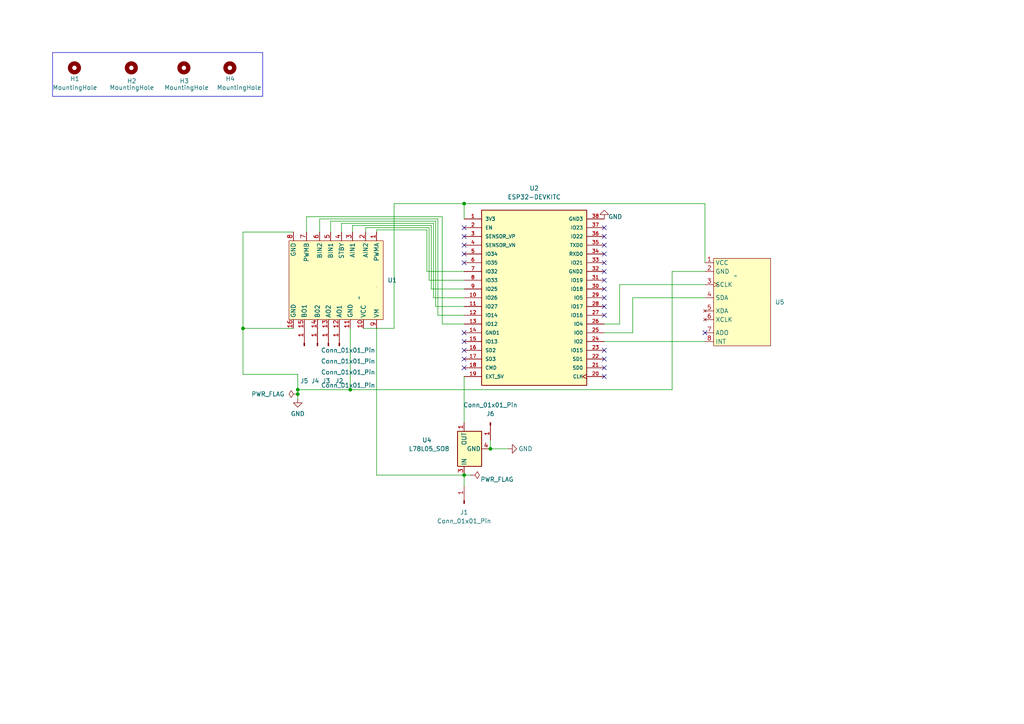
<source format=kicad_sch>
(kicad_sch (version 20230121) (generator eeschema)

  (uuid 7028b0a3-940b-4928-88d0-05175ae221a1)

  (paper "A4")

  (title_block
    (title "Ivan Sanchez Suarez")
    (date "2024-02-11")
  )

  (lib_symbols
    (symbol "Connector:Conn_01x01_Pin" (pin_names (offset 1.016) hide) (in_bom yes) (on_board yes)
      (property "Reference" "J" (at 0 2.54 0)
        (effects (font (size 1.27 1.27)))
      )
      (property "Value" "Conn_01x01_Pin" (at 0 -2.54 0)
        (effects (font (size 1.27 1.27)))
      )
      (property "Footprint" "" (at 0 0 0)
        (effects (font (size 1.27 1.27)) hide)
      )
      (property "Datasheet" "~" (at 0 0 0)
        (effects (font (size 1.27 1.27)) hide)
      )
      (property "ki_locked" "" (at 0 0 0)
        (effects (font (size 1.27 1.27)))
      )
      (property "ki_keywords" "connector" (at 0 0 0)
        (effects (font (size 1.27 1.27)) hide)
      )
      (property "ki_description" "Generic connector, single row, 01x01, script generated" (at 0 0 0)
        (effects (font (size 1.27 1.27)) hide)
      )
      (property "ki_fp_filters" "Connector*:*_1x??_*" (at 0 0 0)
        (effects (font (size 1.27 1.27)) hide)
      )
      (symbol "Conn_01x01_Pin_1_1"
        (polyline
          (pts
            (xy 1.27 0)
            (xy 0.8636 0)
          )
          (stroke (width 0.1524) (type default))
          (fill (type none))
        )
        (rectangle (start 0.8636 0.127) (end 0 -0.127)
          (stroke (width 0.1524) (type default))
          (fill (type outline))
        )
        (pin passive line (at 5.08 0 180) (length 3.81)
          (name "Pin_1" (effects (font (size 1.27 1.27))))
          (number "1" (effects (font (size 1.27 1.27))))
        )
      )
    )
    (symbol "ESP32-DEVKITC:ESP32-DEVKITC" (pin_names (offset 1.016)) (in_bom yes) (on_board yes)
      (property "Reference" "U2" (at 0 31.75 0)
        (effects (font (size 1.27 1.27)))
      )
      (property "Value" "ESP32-DEVKITC" (at 0 29.21 0)
        (effects (font (size 1.27 1.27)))
      )
      (property "Footprint" "ESP32-DEVKITC (1):MODULE_ESP32-DEVKITC" (at 0 0 0)
        (effects (font (size 1.27 1.27)) (justify bottom) hide)
      )
      (property "Datasheet" "" (at 0 0 0)
        (effects (font (size 1.27 1.27)) hide)
      )
      (property "Description" "\nESP32-WROOM-32UE series Transceiver; 802.11 b/g/n (Wi-Fi, WiFi, WLAN), Bluetooth ® Smart Ready 4.x Dual Mode Evaluation Board\n" (at 0 0 0)
        (effects (font (size 1.27 1.27)) (justify bottom) hide)
      )
      (property "MF" "Espressif Systems" (at 0 0 0)
        (effects (font (size 1.27 1.27)) (justify bottom) hide)
      )
      (property "Package" "None" (at 0 0 0)
        (effects (font (size 1.27 1.27)) (justify bottom) hide)
      )
      (property "Price" "None" (at 0 0 0)
        (effects (font (size 1.27 1.27)) (justify bottom) hide)
      )
      (property "Check_prices" "https://www.snapeda.com/parts/ESP32-DEVKITC/Espressif+Systems/view-part/?ref=eda" (at 0 0 0)
        (effects (font (size 1.27 1.27)) (justify bottom) hide)
      )
      (property "STANDARD" "Manufacturer Recommendations" (at 0 0 0)
        (effects (font (size 1.27 1.27)) (justify bottom) hide)
      )
      (property "PARTREV" "N/A" (at 0 0 0)
        (effects (font (size 1.27 1.27)) (justify bottom) hide)
      )
      (property "SnapEDA_Link" "https://www.snapeda.com/parts/ESP32-DEVKITC/Espressif+Systems/view-part/?ref=snap" (at 0 0 0)
        (effects (font (size 1.27 1.27)) (justify bottom) hide)
      )
      (property "MP" "ESP32-DEVKITC" (at 0 0 0)
        (effects (font (size 1.27 1.27)) (justify bottom) hide)
      )
      (property "Availability" "In Stock" (at 0 0 0)
        (effects (font (size 1.27 1.27)) (justify bottom) hide)
      )
      (property "MANUFACTURER" "ESPRESSIF" (at 0 0 0)
        (effects (font (size 1.27 1.27)) (justify bottom) hide)
      )
      (symbol "ESP32-DEVKITC_0_0"
        (rectangle (start -15.24 -25.4) (end 15.24 25.4)
          (stroke (width 0.254) (type default))
          (fill (type background))
        )
        (pin bidirectional line (at -20.32 0 0) (length 5.08)
          (name "IO26" (effects (font (size 1.016 1.016))))
          (number "10" (effects (font (size 1.016 1.016))))
        )
        (pin bidirectional line (at -20.32 -2.54 0) (length 5.08)
          (name "IO27" (effects (font (size 1.016 1.016))))
          (number "11" (effects (font (size 1.016 1.016))))
        )
        (pin bidirectional line (at -20.32 -5.08 0) (length 5.08)
          (name "IO14" (effects (font (size 1.016 1.016))))
          (number "12" (effects (font (size 1.016 1.016))))
        )
        (pin bidirectional line (at -20.32 -7.62 0) (length 5.08)
          (name "IO12" (effects (font (size 1.016 1.016))))
          (number "13" (effects (font (size 1.016 1.016))))
        )
        (pin power_in line (at -20.32 -10.16 0) (length 5.08)
          (name "GND1" (effects (font (size 1.016 1.016))))
          (number "14" (effects (font (size 1.016 1.016))))
        )
        (pin bidirectional line (at -20.32 -12.7 0) (length 5.08)
          (name "IO13" (effects (font (size 1.016 1.016))))
          (number "15" (effects (font (size 1.016 1.016))))
        )
        (pin bidirectional line (at -20.32 -15.24 0) (length 5.08)
          (name "SD2" (effects (font (size 1.016 1.016))))
          (number "16" (effects (font (size 1.016 1.016))))
        )
        (pin bidirectional line (at -20.32 -17.78 0) (length 5.08)
          (name "SD3" (effects (font (size 1.016 1.016))))
          (number "17" (effects (font (size 1.016 1.016))))
        )
        (pin bidirectional line (at -20.32 -20.32 0) (length 5.08)
          (name "CMD" (effects (font (size 1.016 1.016))))
          (number "18" (effects (font (size 1.016 1.016))))
        )
        (pin power_in line (at -20.32 -22.86 0) (length 5.08)
          (name "EXT_5V" (effects (font (size 1.016 1.016))))
          (number "19" (effects (font (size 1.016 1.016))))
        )
        (pin input line (at -20.32 20.32 0) (length 5.08)
          (name "EN" (effects (font (size 1.016 1.016))))
          (number "2" (effects (font (size 1.016 1.016))))
        )
        (pin input clock (at 20.32 -22.86 180) (length 5.08)
          (name "CLK" (effects (font (size 1.016 1.016))))
          (number "20" (effects (font (size 1.016 1.016))))
        )
        (pin bidirectional line (at 20.32 -20.32 180) (length 5.08)
          (name "SD0" (effects (font (size 1.016 1.016))))
          (number "21" (effects (font (size 1.016 1.016))))
        )
        (pin bidirectional line (at 20.32 -17.78 180) (length 5.08)
          (name "SD1" (effects (font (size 1.016 1.016))))
          (number "22" (effects (font (size 1.016 1.016))))
        )
        (pin bidirectional line (at 20.32 -15.24 180) (length 5.08)
          (name "IO15" (effects (font (size 1.016 1.016))))
          (number "23" (effects (font (size 1.016 1.016))))
        )
        (pin bidirectional line (at 20.32 -12.7 180) (length 5.08)
          (name "IO2" (effects (font (size 1.016 1.016))))
          (number "24" (effects (font (size 1.016 1.016))))
        )
        (pin bidirectional line (at 20.32 -10.16 180) (length 5.08)
          (name "IO0" (effects (font (size 1.016 1.016))))
          (number "25" (effects (font (size 1.016 1.016))))
        )
        (pin bidirectional line (at 20.32 -7.62 180) (length 5.08)
          (name "IO4" (effects (font (size 1.016 1.016))))
          (number "26" (effects (font (size 1.016 1.016))))
        )
        (pin bidirectional line (at 20.32 -5.08 180) (length 5.08)
          (name "IO16" (effects (font (size 1.016 1.016))))
          (number "27" (effects (font (size 1.016 1.016))))
        )
        (pin bidirectional line (at 20.32 -2.54 180) (length 5.08)
          (name "IO17" (effects (font (size 1.016 1.016))))
          (number "28" (effects (font (size 1.016 1.016))))
        )
        (pin bidirectional line (at 20.32 0 180) (length 5.08)
          (name "IO5" (effects (font (size 1.016 1.016))))
          (number "29" (effects (font (size 1.016 1.016))))
        )
        (pin input line (at -20.32 17.78 0) (length 5.08)
          (name "SENSOR_VP" (effects (font (size 1.016 1.016))))
          (number "3" (effects (font (size 1.016 1.016))))
        )
        (pin bidirectional line (at 20.32 2.54 180) (length 5.08)
          (name "IO18" (effects (font (size 1.016 1.016))))
          (number "30" (effects (font (size 1.016 1.016))))
        )
        (pin bidirectional line (at 20.32 5.08 180) (length 5.08)
          (name "IO19" (effects (font (size 1.016 1.016))))
          (number "31" (effects (font (size 1.016 1.016))))
        )
        (pin power_in line (at 20.32 7.62 180) (length 5.08)
          (name "GND2" (effects (font (size 1.016 1.016))))
          (number "32" (effects (font (size 1.016 1.016))))
        )
        (pin bidirectional line (at 20.32 10.16 180) (length 5.08)
          (name "IO21" (effects (font (size 1.016 1.016))))
          (number "33" (effects (font (size 1.016 1.016))))
        )
        (pin input line (at 20.32 12.7 180) (length 5.08)
          (name "RXD0" (effects (font (size 1.016 1.016))))
          (number "34" (effects (font (size 1.016 1.016))))
        )
        (pin output line (at 20.32 15.24 180) (length 5.08)
          (name "TXD0" (effects (font (size 1.016 1.016))))
          (number "35" (effects (font (size 1.016 1.016))))
        )
        (pin bidirectional line (at 20.32 17.78 180) (length 5.08)
          (name "IO22" (effects (font (size 1.016 1.016))))
          (number "36" (effects (font (size 1.016 1.016))))
        )
        (pin bidirectional line (at 20.32 20.32 180) (length 5.08)
          (name "IO23" (effects (font (size 1.016 1.016))))
          (number "37" (effects (font (size 1.016 1.016))))
        )
        (pin power_in line (at 20.32 22.86 180) (length 5.08)
          (name "GND3" (effects (font (size 1.016 1.016))))
          (number "38" (effects (font (size 1.016 1.016))))
        )
        (pin input line (at -20.32 15.24 0) (length 5.08)
          (name "SENSOR_VN" (effects (font (size 1.016 1.016))))
          (number "4" (effects (font (size 1.016 1.016))))
        )
        (pin bidirectional line (at -20.32 12.7 0) (length 5.08)
          (name "IO34" (effects (font (size 1.016 1.016))))
          (number "5" (effects (font (size 1.016 1.016))))
        )
        (pin bidirectional line (at -20.32 10.16 0) (length 5.08)
          (name "IO35" (effects (font (size 1.016 1.016))))
          (number "6" (effects (font (size 1.016 1.016))))
        )
        (pin bidirectional line (at -20.32 7.62 0) (length 5.08)
          (name "IO32" (effects (font (size 1.016 1.016))))
          (number "7" (effects (font (size 1.016 1.016))))
        )
        (pin bidirectional line (at -20.32 5.08 0) (length 5.08)
          (name "IO33" (effects (font (size 1.016 1.016))))
          (number "8" (effects (font (size 1.016 1.016))))
        )
        (pin bidirectional line (at -20.32 2.54 0) (length 5.08)
          (name "IO25" (effects (font (size 1.016 1.016))))
          (number "9" (effects (font (size 1.016 1.016))))
        )
      )
      (symbol "ESP32-DEVKITC_1_0"
        (pin power_out line (at -20.32 22.86 0) (length 5.08)
          (name "3V3" (effects (font (size 1.016 1.016))))
          (number "1" (effects (font (size 1.016 1.016))))
        )
      )
    )
    (symbol "MPU:MPU" (in_bom yes) (on_board yes)
      (property "Reference" "U" (at 1.905 6.35 0)
        (effects (font (size 1.27 1.27)))
      )
      (property "Value" "" (at 0 0 0)
        (effects (font (size 1.27 1.27)))
      )
      (property "Footprint" "" (at 0 0 0)
        (effects (font (size 1.27 1.27)) hide)
      )
      (property "Datasheet" "" (at 0 0 0)
        (effects (font (size 1.27 1.27)) hide)
      )
      (symbol "MPU_1_1"
        (rectangle (start -6.35 5.08) (end 10.16 -20.32)
          (stroke (width 0) (type default))
          (fill (type background))
        )
        (pin power_in line (at -8.89 3.81 0) (length 2.54)
          (name "VCC" (effects (font (size 1.27 1.27))))
          (number "1" (effects (font (size 1.27 1.27))))
        )
        (pin passive line (at -8.89 1.27 0) (length 2.54)
          (name "GND" (effects (font (size 1.27 1.27))))
          (number "2" (effects (font (size 1.27 1.27))))
        )
        (pin input clock (at -8.89 -2.54 0) (length 2.54)
          (name "SCLK" (effects (font (size 1.27 1.27))))
          (number "3" (effects (font (size 1.27 1.27))))
        )
        (pin bidirectional line (at -8.89 -6.35 0) (length 2.54)
          (name "SDA" (effects (font (size 1.27 1.27))))
          (number "4" (effects (font (size 1.27 1.27))))
        )
        (pin no_connect line (at -8.89 -10.16 0) (length 2.54)
          (name "XDA" (effects (font (size 1.27 1.27))))
          (number "5" (effects (font (size 1.27 1.27))))
        )
        (pin no_connect line (at -8.89 -12.7 0) (length 2.54)
          (name "XCLK" (effects (font (size 1.27 1.27))))
          (number "6" (effects (font (size 1.27 1.27))))
        )
        (pin input line (at -8.89 -16.51 0) (length 2.54)
          (name "ADO" (effects (font (size 1.27 1.27))))
          (number "7" (effects (font (size 1.27 1.27))))
        )
        (pin output line (at -8.89 -19.05 0) (length 2.54)
          (name "INT" (effects (font (size 1.27 1.27))))
          (number "8" (effects (font (size 1.27 1.27))))
        )
      )
    )
    (symbol "Mechanical:MountingHole" (pin_names (offset 1.016)) (in_bom yes) (on_board yes)
      (property "Reference" "H" (at 0 5.08 0)
        (effects (font (size 1.27 1.27)))
      )
      (property "Value" "MountingHole" (at 0 3.175 0)
        (effects (font (size 1.27 1.27)))
      )
      (property "Footprint" "" (at 0 0 0)
        (effects (font (size 1.27 1.27)) hide)
      )
      (property "Datasheet" "~" (at 0 0 0)
        (effects (font (size 1.27 1.27)) hide)
      )
      (property "ki_keywords" "mounting hole" (at 0 0 0)
        (effects (font (size 1.27 1.27)) hide)
      )
      (property "ki_description" "Mounting Hole without connection" (at 0 0 0)
        (effects (font (size 1.27 1.27)) hide)
      )
      (property "ki_fp_filters" "MountingHole*" (at 0 0 0)
        (effects (font (size 1.27 1.27)) hide)
      )
      (symbol "MountingHole_0_1"
        (circle (center 0 0) (radius 1.27)
          (stroke (width 1.27) (type default))
          (fill (type none))
        )
      )
    )
    (symbol "Regulator_Linear:L78L05_SO8" (pin_names (offset 0.254)) (in_bom yes) (on_board yes)
      (property "Reference" "U4" (at 2.54 10.795 90)
        (effects (font (size 1.27 1.27)))
      )
      (property "Value" "L78L05_SO8" (at 0 10.16 90)
        (effects (font (size 1.27 1.27)))
      )
      (property "Footprint" "7805:D2PAK-STB35NF10T4" (at 2.54 5.08 0)
        (effects (font (size 1.27 1.27) italic) hide)
      )
      (property "Datasheet" "http://www.st.com/content/ccc/resource/technical/document/datasheet/15/55/e5/aa/23/5b/43/fd/CD00000446.pdf/files/CD00000446.pdf/jcr:content/translations/en.CD00000446.pdf" (at 3.81 19.685 0)
        (effects (font (size 1.27 1.27)) hide)
      )
      (property "ki_keywords" "Voltage Regulator 100mA Positive" (at 0 0 0)
        (effects (font (size 1.27 1.27)) hide)
      )
      (property "ki_description" "Positive 100mA 30V Linear Regulator, Fixed Output 5V, SO-8" (at 0 0 0)
        (effects (font (size 1.27 1.27)) hide)
      )
      (property "ki_fp_filters" "SOIC*3.9x4.9mm*P1.27mm*" (at 0 0 0)
        (effects (font (size 1.27 1.27)) hide)
      )
      (symbol "L78L05_SO8_0_1"
        (rectangle (start -5.08 1.905) (end 5.08 -5.08)
          (stroke (width 0.254) (type default))
          (fill (type background))
        )
      )
      (symbol "L78L05_SO8_1_1"
        (pin power_out line (at 7.62 0 180) (length 2.54)
          (name "OUT" (effects (font (size 1.27 1.27))))
          (number "1" (effects (font (size 1.27 1.27))))
        )
        (pin power_in line (at -7.62 0 0) (length 2.54)
          (name "IN" (effects (font (size 1.27 1.27))))
          (number "3" (effects (font (size 1.27 1.27))))
        )
        (pin power_in line (at 0 -7.62 90) (length 2.54)
          (name "GND" (effects (font (size 1.27 1.27))))
          (number "4" (effects (font (size 1.27 1.27))))
        )
      )
    )
    (symbol "driver:driver" (in_bom yes) (on_board yes)
      (property "Reference" "U" (at 4.445 10.16 0)
        (effects (font (size 1.27 1.27)))
      )
      (property "Value" "" (at 0 0 0)
        (effects (font (size 1.27 1.27)))
      )
      (property "Footprint" "" (at 0 0 0)
        (effects (font (size 1.27 1.27)) hide)
      )
      (property "Datasheet" "" (at 0 0 0)
        (effects (font (size 1.27 1.27)) hide)
      )
      (symbol "driver_0_1"
        (rectangle (start 6.985 5.08) (end 6.985 5.08)
          (stroke (width 0) (type default))
          (fill (type none))
        )
      )
      (symbol "driver_1_1"
        (rectangle (start -6.35 6.985) (end 16.51 -20.32)
          (stroke (width 0) (type default))
          (fill (type background))
        )
        (pin input line (at -8.89 5.08 0) (length 2.54)
          (name "PWMA" (effects (font (size 1.27 1.27))))
          (number "1" (effects (font (size 1.27 1.27))))
        )
        (pin power_in line (at 19.05 1.27 180) (length 2.54)
          (name "VCC" (effects (font (size 1.27 1.27))))
          (number "10" (effects (font (size 1.27 1.27))))
        )
        (pin passive line (at 19.05 -2.54 180) (length 2.54)
          (name "GND" (effects (font (size 1.27 1.27))))
          (number "11" (effects (font (size 1.27 1.27))))
        )
        (pin output line (at 19.05 -5.715 180) (length 2.54)
          (name "AO1" (effects (font (size 1.27 1.27))))
          (number "12" (effects (font (size 1.27 1.27))))
        )
        (pin output line (at 19.05 -8.89 180) (length 2.54)
          (name "AO2" (effects (font (size 1.27 1.27))))
          (number "13" (effects (font (size 1.27 1.27))))
        )
        (pin output line (at 19.05 -12.065 180) (length 2.54)
          (name "B02" (effects (font (size 1.27 1.27))))
          (number "14" (effects (font (size 1.27 1.27))))
        )
        (pin output line (at 19.05 -15.875 180) (length 2.54)
          (name "BO1" (effects (font (size 1.27 1.27))))
          (number "15" (effects (font (size 1.27 1.27))))
        )
        (pin passive line (at 19.05 -19.05 180) (length 2.54)
          (name "GND" (effects (font (size 1.27 1.27))))
          (number "16" (effects (font (size 1.27 1.27))))
        )
        (pin input line (at -8.89 1.905 0) (length 2.54)
          (name "AIN2" (effects (font (size 1.27 1.27))))
          (number "2" (effects (font (size 1.27 1.27))))
        )
        (pin input line (at -8.89 -1.905 0) (length 2.54)
          (name "AIN1" (effects (font (size 1.27 1.27))))
          (number "3" (effects (font (size 1.27 1.27))))
        )
        (pin input line (at -8.89 -5.08 0) (length 2.54)
          (name "STBY" (effects (font (size 1.27 1.27))))
          (number "4" (effects (font (size 1.27 1.27))))
        )
        (pin input line (at -8.89 -8.255 0) (length 2.54)
          (name "BIN1" (effects (font (size 1.27 1.27))))
          (number "5" (effects (font (size 1.27 1.27))))
        )
        (pin input line (at -8.89 -11.43 0) (length 2.54)
          (name "BIN2" (effects (font (size 1.27 1.27))))
          (number "6" (effects (font (size 1.27 1.27))))
        )
        (pin input line (at -8.89 -15.24 0) (length 2.54)
          (name "PWMB" (effects (font (size 1.27 1.27))))
          (number "7" (effects (font (size 1.27 1.27))))
        )
        (pin passive line (at -8.89 -19.05 0) (length 2.54)
          (name "GND" (effects (font (size 1.27 1.27))))
          (number "8" (effects (font (size 1.27 1.27))))
        )
        (pin power_in line (at 19.05 5.08 180) (length 2.54)
          (name "VM" (effects (font (size 1.27 1.27))))
          (number "9" (effects (font (size 1.27 1.27))))
        )
      )
    )
    (symbol "power:GND" (power) (pin_names (offset 0)) (in_bom yes) (on_board yes)
      (property "Reference" "#PWR" (at 0 -6.35 0)
        (effects (font (size 1.27 1.27)) hide)
      )
      (property "Value" "GND" (at 0 -3.81 0)
        (effects (font (size 1.27 1.27)))
      )
      (property "Footprint" "" (at 0 0 0)
        (effects (font (size 1.27 1.27)) hide)
      )
      (property "Datasheet" "" (at 0 0 0)
        (effects (font (size 1.27 1.27)) hide)
      )
      (property "ki_keywords" "global power" (at 0 0 0)
        (effects (font (size 1.27 1.27)) hide)
      )
      (property "ki_description" "Power symbol creates a global label with name \"GND\" , ground" (at 0 0 0)
        (effects (font (size 1.27 1.27)) hide)
      )
      (symbol "GND_0_1"
        (polyline
          (pts
            (xy 0 0)
            (xy 0 -1.27)
            (xy 1.27 -1.27)
            (xy 0 -2.54)
            (xy -1.27 -1.27)
            (xy 0 -1.27)
          )
          (stroke (width 0) (type default))
          (fill (type none))
        )
      )
      (symbol "GND_1_1"
        (pin power_in line (at 0 0 270) (length 0) hide
          (name "GND" (effects (font (size 1.27 1.27))))
          (number "1" (effects (font (size 1.27 1.27))))
        )
      )
    )
    (symbol "power:PWR_FLAG" (power) (pin_numbers hide) (pin_names (offset 0) hide) (in_bom yes) (on_board yes)
      (property "Reference" "#FLG" (at 0 1.905 0)
        (effects (font (size 1.27 1.27)) hide)
      )
      (property "Value" "PWR_FLAG" (at 0 3.81 0)
        (effects (font (size 1.27 1.27)))
      )
      (property "Footprint" "" (at 0 0 0)
        (effects (font (size 1.27 1.27)) hide)
      )
      (property "Datasheet" "~" (at 0 0 0)
        (effects (font (size 1.27 1.27)) hide)
      )
      (property "ki_keywords" "flag power" (at 0 0 0)
        (effects (font (size 1.27 1.27)) hide)
      )
      (property "ki_description" "Special symbol for telling ERC where power comes from" (at 0 0 0)
        (effects (font (size 1.27 1.27)) hide)
      )
      (symbol "PWR_FLAG_0_0"
        (pin power_out line (at 0 0 90) (length 0)
          (name "pwr" (effects (font (size 1.27 1.27))))
          (number "1" (effects (font (size 1.27 1.27))))
        )
      )
      (symbol "PWR_FLAG_0_1"
        (polyline
          (pts
            (xy 0 0)
            (xy 0 1.27)
            (xy -1.016 1.905)
            (xy 0 2.54)
            (xy 1.016 1.905)
            (xy 0 1.27)
          )
          (stroke (width 0) (type default))
          (fill (type none))
        )
      )
    )
  )

  (junction (at 134.62 137.795) (diameter 0) (color 0 0 0 0)
    (uuid 0000c54a-b1d7-4544-aadc-2afc275498a6)
  )
  (junction (at 134.62 59.055) (diameter 0) (color 0 0 0 0)
    (uuid 56cd8292-1551-4c1f-9102-80a839866179)
  )
  (junction (at 142.24 130.175) (diameter 0) (color 0 0 0 0)
    (uuid 5face79e-aae6-480a-b45f-4dc758d5d807)
  )
  (junction (at 70.485 95.25) (diameter 0) (color 0 0 0 0)
    (uuid 6c76f9db-97ce-4d99-867c-214ab654dd57)
  )
  (junction (at 101.6 113.03) (diameter 0) (color 0 0 0 0)
    (uuid 82ed4553-fbda-4ba8-a3e9-15f2be8a246d)
  )
  (junction (at 86.36 114.3) (diameter 0) (color 0 0 0 0)
    (uuid 9412bfdf-87bb-42ff-80cc-6fb54399cac2)
  )
  (junction (at 86.36 113.03) (diameter 0) (color 0 0 0 0)
    (uuid afc8a04d-0701-473c-8243-a42e08923d48)
  )

  (no_connect (at 134.62 66.04) (uuid 02cb55ea-07a5-4b1f-b709-122f70ba77a2))
  (no_connect (at 134.62 73.66) (uuid 0bcd1360-4ea3-4a61-b777-0b255b86e3c1))
  (no_connect (at 134.62 101.6) (uuid 202e7b7b-b254-4a2e-952c-bf7ab854400f))
  (no_connect (at 175.26 104.14) (uuid 2c195b49-7ee2-496f-a57d-a63709a08257))
  (no_connect (at 204.47 96.52) (uuid 31d5c5bc-2dea-4926-af8c-a35d71308959))
  (no_connect (at 175.26 91.44) (uuid 359c1e8f-0f59-4c3a-b2dc-0d6622d08419))
  (no_connect (at 175.26 101.6) (uuid 37fcfc97-ed7f-47e6-b9e6-67d348425b31))
  (no_connect (at 175.26 109.22) (uuid 3c7bb152-b650-436a-ab4d-92dfa6576735))
  (no_connect (at 134.62 106.68) (uuid 3ff58676-39c3-492b-a752-3b549f492c09))
  (no_connect (at 175.26 68.58) (uuid 48521458-29d0-40e8-8a37-73803422d0f7))
  (no_connect (at 175.26 83.82) (uuid 4f7cc53f-10b8-492b-a1a4-54eac6219618))
  (no_connect (at 175.26 106.68) (uuid 5020fc13-a8ce-47a5-a557-fe58eff820c4))
  (no_connect (at 134.62 76.2) (uuid 5c139ffd-a3b2-471b-82a9-648524d3e2aa))
  (no_connect (at 175.26 76.2) (uuid 76fed412-e851-4365-838c-f751eb7135c3))
  (no_connect (at 175.26 81.28) (uuid 8d4624fc-1813-42fe-bff0-c4f9858aac87))
  (no_connect (at 175.26 88.9) (uuid 8febe5ca-57b7-4dda-aaa0-a22ebc6d71c6))
  (no_connect (at 134.62 104.14) (uuid 90a2d5e7-b75d-448c-b09b-2bf69eed39e2))
  (no_connect (at 134.62 96.52) (uuid a154f498-7595-4b54-860b-9299d0c525de))
  (no_connect (at 175.26 71.12) (uuid a7d11373-e797-40fc-b619-e7f8d44f30ce))
  (no_connect (at 134.62 99.06) (uuid b0090f08-135d-47fe-9d45-ad1a27b9b3ba))
  (no_connect (at 175.26 78.74) (uuid bcad2fab-63f6-40fb-8158-7170049753a7))
  (no_connect (at 175.26 86.36) (uuid c3664ffc-e636-47bb-bb8b-d3248d848ab5))
  (no_connect (at 134.62 71.12) (uuid c44fc22e-dc0e-406e-a69c-20e14e19d52b))
  (no_connect (at 175.26 66.04) (uuid cc30b664-3d8b-4348-8ef7-ab3aafa46a74))
  (no_connect (at 134.62 68.58) (uuid d20d9b84-e66b-454f-bc5c-2bc8761ecac6))
  (no_connect (at 175.26 73.66) (uuid ff7b5b2b-aae3-411a-9e46-cdc4b48f5773))

  (wire (pts (xy 86.36 113.03) (xy 86.36 114.3))
    (stroke (width 0) (type default))
    (uuid 01b3cc80-358c-4e75-afe2-5ca359d32ecd)
  )
  (wire (pts (xy 147.32 130.175) (xy 142.24 130.175))
    (stroke (width 0) (type default))
    (uuid 08b86de1-f11d-4131-b324-4d258b9ecd99)
  )
  (wire (pts (xy 70.485 67.31) (xy 70.485 95.25))
    (stroke (width 0) (type default))
    (uuid 192f715a-a861-4ee0-96c9-440540a4c356)
  )
  (wire (pts (xy 99.06 64.77) (xy 125.73 64.77))
    (stroke (width 0) (type default))
    (uuid 19e9c520-f7aa-4413-885b-4bc229bf55f8)
  )
  (wire (pts (xy 204.47 59.055) (xy 134.62 59.055))
    (stroke (width 0) (type default))
    (uuid 1cdc5958-e87b-4335-80f4-5835993a77db)
  )
  (wire (pts (xy 126.365 64.135) (xy 126.365 88.9))
    (stroke (width 0) (type default))
    (uuid 1de6aace-682c-47fe-99b2-60d7d3fcd725)
  )
  (wire (pts (xy 106.045 67.31) (xy 106.045 66.04))
    (stroke (width 0) (type default))
    (uuid 235b0379-2ab3-4ec4-9ea5-c2c43eed1970)
  )
  (wire (pts (xy 101.6 113.03) (xy 194.945 113.03))
    (stroke (width 0) (type default))
    (uuid 2462ee63-84bd-4476-8251-b8eea5e72cd1)
  )
  (wire (pts (xy 70.485 95.25) (xy 70.485 108.585))
    (stroke (width 0) (type default))
    (uuid 2624c78d-318f-4cbb-bca9-4fe89129e59f)
  )
  (wire (pts (xy 127 91.44) (xy 134.62 91.44))
    (stroke (width 0) (type default))
    (uuid 29f54dd3-df1e-48f3-b44b-c594a32ffa0b)
  )
  (wire (pts (xy 125.73 86.36) (xy 134.62 86.36))
    (stroke (width 0) (type default))
    (uuid 2b45d3d1-250e-496b-9b47-d4c619ec4f28)
  )
  (wire (pts (xy 125.095 83.82) (xy 134.62 83.82))
    (stroke (width 0) (type default))
    (uuid 33f7a225-3145-438f-b6c0-7e651ab4ce46)
  )
  (wire (pts (xy 101.6 95.25) (xy 101.6 113.03))
    (stroke (width 0) (type default))
    (uuid 401ede0f-0f2d-4d2f-8a14-8a873a538e37)
  )
  (wire (pts (xy 183.515 86.36) (xy 204.47 86.36))
    (stroke (width 0) (type default))
    (uuid 422123ff-1af9-4cf7-a62f-f20fcf98165c)
  )
  (wire (pts (xy 204.47 82.55) (xy 179.705 82.55))
    (stroke (width 0) (type default))
    (uuid 4a65c982-4c39-4928-8440-dbf1aa0e11f1)
  )
  (wire (pts (xy 86.36 113.03) (xy 101.6 113.03))
    (stroke (width 0) (type default))
    (uuid 4b33619c-3acc-4dfa-a0d8-f9a9d8d56a08)
  )
  (wire (pts (xy 85.09 67.31) (xy 70.485 67.31))
    (stroke (width 0) (type default))
    (uuid 4ccfddc7-54fb-45e1-8de0-d2ba57741c9e)
  )
  (wire (pts (xy 204.47 59.055) (xy 204.47 76.2))
    (stroke (width 0) (type default))
    (uuid 541bdfcd-7b5b-4baa-adb3-11333977adb1)
  )
  (wire (pts (xy 125.095 65.405) (xy 125.095 83.82))
    (stroke (width 0) (type default))
    (uuid 5550740b-980e-4c96-9488-835b17e0f793)
  )
  (wire (pts (xy 125.73 64.77) (xy 125.73 86.36))
    (stroke (width 0) (type default))
    (uuid 55c8a45b-307c-40ac-a56e-07912a4b1fb0)
  )
  (wire (pts (xy 88.9 62.865) (xy 128.27 62.865))
    (stroke (width 0) (type default))
    (uuid 567f5d60-8ce0-4201-979d-eaedebd38fe3)
  )
  (wire (pts (xy 70.485 108.585) (xy 86.36 108.585))
    (stroke (width 0) (type default))
    (uuid 56bf37f5-f3f3-43c2-9ab6-bd4d48f943b6)
  )
  (wire (pts (xy 109.22 95.25) (xy 109.22 137.795))
    (stroke (width 0) (type default))
    (uuid 61244d05-b495-4a5c-b48b-6e6576a369b9)
  )
  (wire (pts (xy 134.62 140.97) (xy 134.62 137.795))
    (stroke (width 0) (type default))
    (uuid 616b4f5e-4a26-474d-8b95-e24745ace535)
  )
  (wire (pts (xy 179.705 93.98) (xy 175.26 93.98))
    (stroke (width 0) (type default))
    (uuid 6ac675a3-fe0b-4ee5-8f7e-4c21a6c85046)
  )
  (wire (pts (xy 88.9 67.31) (xy 88.9 62.865))
    (stroke (width 0) (type default))
    (uuid 6f19ab97-6cdf-49da-86c8-fd4b2578f862)
  )
  (wire (pts (xy 128.27 93.98) (xy 134.62 93.98))
    (stroke (width 0) (type default))
    (uuid 738d8d7f-79c1-4ce7-a612-0c89a0fde2ad)
  )
  (wire (pts (xy 134.62 109.22) (xy 134.62 122.555))
    (stroke (width 0) (type default))
    (uuid 76d68246-296b-482a-92f5-9bc9bcf65740)
  )
  (wire (pts (xy 86.36 108.585) (xy 86.36 113.03))
    (stroke (width 0) (type default))
    (uuid 78e457c4-0698-4c02-bcea-25c527fbfbf7)
  )
  (wire (pts (xy 95.885 67.31) (xy 95.885 64.135))
    (stroke (width 0) (type default))
    (uuid 7dcac03e-cb51-438e-a873-f1d7097e4c89)
  )
  (wire (pts (xy 105.41 95.25) (xy 114.3 95.25))
    (stroke (width 0) (type default))
    (uuid 829543ef-2fe3-43f3-8fd6-257aaaf58ded)
  )
  (wire (pts (xy 134.62 59.055) (xy 134.62 63.5))
    (stroke (width 0) (type default))
    (uuid 862189fb-27ef-4dd9-9331-164edd05d1bf)
  )
  (wire (pts (xy 70.485 95.25) (xy 85.09 95.25))
    (stroke (width 0) (type default))
    (uuid 8713ef3e-81f1-4e45-ae80-4064e3b4bce7)
  )
  (wire (pts (xy 92.71 63.5) (xy 127 63.5))
    (stroke (width 0) (type default))
    (uuid 8961dbeb-7f74-4e34-9fc8-fbb6144abdd4)
  )
  (wire (pts (xy 114.3 95.25) (xy 114.3 59.055))
    (stroke (width 0) (type default))
    (uuid 8ff45970-8135-4fe2-9088-ee1f3170d7be)
  )
  (wire (pts (xy 109.22 66.675) (xy 109.22 67.31))
    (stroke (width 0) (type default))
    (uuid 9571fc95-3dd2-4ab1-8253-df4871125e3e)
  )
  (wire (pts (xy 102.235 67.31) (xy 102.235 65.405))
    (stroke (width 0) (type default))
    (uuid 983f73f9-4057-406b-9e8d-eb9eaa158a92)
  )
  (wire (pts (xy 123.825 78.74) (xy 134.62 78.74))
    (stroke (width 0) (type default))
    (uuid 9ded202c-8b82-44cf-960f-827bbfb44474)
  )
  (wire (pts (xy 136.525 137.795) (xy 134.62 137.795))
    (stroke (width 0) (type default))
    (uuid 9e73d926-3145-46c3-8a7b-25ce8ab3c192)
  )
  (wire (pts (xy 109.22 137.795) (xy 134.62 137.795))
    (stroke (width 0) (type default))
    (uuid aaa48a15-a69a-4280-a730-eef64b96070a)
  )
  (wire (pts (xy 127 63.5) (xy 127 91.44))
    (stroke (width 0) (type default))
    (uuid ae80ac66-f49f-4ec8-b8bd-f00803285245)
  )
  (wire (pts (xy 86.36 115.57) (xy 86.36 114.3))
    (stroke (width 0) (type default))
    (uuid af53b54c-c5fa-47a9-921d-b07c60aa4887)
  )
  (wire (pts (xy 179.705 82.55) (xy 179.705 93.98))
    (stroke (width 0) (type default))
    (uuid bd6079a7-c9ef-4af8-8cba-89e4f3756be6)
  )
  (wire (pts (xy 194.945 113.03) (xy 194.945 78.74))
    (stroke (width 0) (type default))
    (uuid c07616c7-37cb-44c1-afa0-22ac6c13cb10)
  )
  (wire (pts (xy 142.24 127.635) (xy 142.24 130.175))
    (stroke (width 0) (type default))
    (uuid c8e9ffe2-f768-48a3-b353-9da8f88ae9f7)
  )
  (wire (pts (xy 183.515 96.52) (xy 183.515 86.36))
    (stroke (width 0) (type default))
    (uuid d08902c7-a12c-4ae9-b324-069dc3fabb04)
  )
  (wire (pts (xy 128.27 62.865) (xy 128.27 93.98))
    (stroke (width 0) (type default))
    (uuid d3eb2711-2060-4e0f-b600-b3b35155c63c)
  )
  (wire (pts (xy 109.22 66.675) (xy 123.825 66.675))
    (stroke (width 0) (type default))
    (uuid dcafedd2-14c4-4678-8900-318de8dc9523)
  )
  (wire (pts (xy 124.46 66.04) (xy 124.46 81.28))
    (stroke (width 0) (type default))
    (uuid ded3d988-8048-484d-819d-2dd5b8dcf91b)
  )
  (wire (pts (xy 102.235 65.405) (xy 125.095 65.405))
    (stroke (width 0) (type default))
    (uuid df122efd-7672-4ab5-bb9f-a4ca7b3e9dce)
  )
  (wire (pts (xy 106.045 66.04) (xy 124.46 66.04))
    (stroke (width 0) (type default))
    (uuid dfd659a8-a0b4-4a6f-95f1-4ce574f6b707)
  )
  (wire (pts (xy 99.06 67.31) (xy 99.06 64.77))
    (stroke (width 0) (type default))
    (uuid e00f20e3-f5ea-4454-8645-4c684f6f64c1)
  )
  (wire (pts (xy 194.945 78.74) (xy 204.47 78.74))
    (stroke (width 0) (type default))
    (uuid e3329956-ac0d-454e-b113-264ca261028a)
  )
  (wire (pts (xy 204.47 99.06) (xy 175.26 99.06))
    (stroke (width 0) (type default))
    (uuid e4aea8ff-9ae8-4d17-87bc-af1c53bd0595)
  )
  (wire (pts (xy 124.46 81.28) (xy 134.62 81.28))
    (stroke (width 0) (type default))
    (uuid e5246b10-0a94-4a2e-a98c-68f500341814)
  )
  (wire (pts (xy 175.26 96.52) (xy 183.515 96.52))
    (stroke (width 0) (type default))
    (uuid e7758817-bcf3-40a9-bd49-37aaf7564abf)
  )
  (wire (pts (xy 114.3 59.055) (xy 134.62 59.055))
    (stroke (width 0) (type default))
    (uuid e7de1422-2ba8-419c-87ca-d48b64e892fe)
  )
  (wire (pts (xy 123.825 66.675) (xy 123.825 78.74))
    (stroke (width 0) (type default))
    (uuid e83f0a8a-9ad4-4f7c-acb0-d48ad88aacb1)
  )
  (wire (pts (xy 126.365 88.9) (xy 134.62 88.9))
    (stroke (width 0) (type default))
    (uuid e9069ef5-c8a4-4bb3-9aaf-7fe51c1929b7)
  )
  (wire (pts (xy 92.71 67.31) (xy 92.71 63.5))
    (stroke (width 0) (type default))
    (uuid fa344b33-69e6-48a1-8633-36aaa8607233)
  )
  (wire (pts (xy 95.885 64.135) (xy 126.365 64.135))
    (stroke (width 0) (type default))
    (uuid fba26434-193d-43be-a040-98659a081d2a)
  )

  (rectangle (start 15.24 15.24) (end 76.2 27.94)
    (stroke (width 0) (type default))
    (fill (type none))
    (uuid a8e3f56c-0d55-4b75-9ae5-197abaf354f1)
  )

  (symbol (lib_id "Mechanical:MountingHole") (at 53.34 19.685 0) (unit 1)
    (in_bom yes) (on_board yes) (dnp no)
    (uuid 0ae933af-f9f0-42f7-874c-d6135fee375e)
    (property "Reference" "H3" (at 52.07 23.495 0)
      (effects (font (size 1.27 1.27)) (justify left))
    )
    (property "Value" "MountingHole" (at 47.625 25.4 0)
      (effects (font (size 1.27 1.27)) (justify left))
    )
    (property "Footprint" "MountingHole:MountingHole_3mm" (at 53.34 19.685 0)
      (effects (font (size 1.27 1.27)) hide)
    )
    (property "Datasheet" "~" (at 53.34 19.685 0)
      (effects (font (size 1.27 1.27)) hide)
    )
    (instances
      (project "pendulo_invert"
        (path "/7028b0a3-940b-4928-88d0-05175ae221a1"
          (reference "H3") (unit 1)
        )
      )
    )
  )

  (symbol (lib_id "Mechanical:MountingHole") (at 38.1 19.685 0) (unit 1)
    (in_bom yes) (on_board yes) (dnp no)
    (uuid 26e84fcf-ebcc-4da2-99f7-b24921f25e10)
    (property "Reference" "H2" (at 36.83 23.495 0)
      (effects (font (size 1.27 1.27)) (justify left))
    )
    (property "Value" "MountingHole" (at 31.75 25.4 0)
      (effects (font (size 1.27 1.27)) (justify left))
    )
    (property "Footprint" "MountingHole:MountingHole_3mm" (at 38.1 19.685 0)
      (effects (font (size 1.27 1.27)) hide)
    )
    (property "Datasheet" "~" (at 38.1 19.685 0)
      (effects (font (size 1.27 1.27)) hide)
    )
    (instances
      (project "pendulo_invert"
        (path "/7028b0a3-940b-4928-88d0-05175ae221a1"
          (reference "H2") (unit 1)
        )
      )
    )
  )

  (symbol (lib_id "Connector:Conn_01x01_Pin") (at 98.425 100.33 270) (mirror x) (unit 1)
    (in_bom yes) (on_board yes) (dnp no)
    (uuid 2e4f7c3b-d378-471f-85fa-e48174ba015a)
    (property "Reference" "J2" (at 98.425 110.49 90)
      (effects (font (size 1.27 1.27)))
    )
    (property "Value" "Conn_01x01_Pin" (at 100.965 101.6 90)
      (effects (font (size 1.27 1.27)))
    )
    (property "Footprint" "hole_conec:1_524" (at 98.425 100.33 0)
      (effects (font (size 1.27 1.27)) hide)
    )
    (property "Datasheet" "~" (at 98.425 100.33 0)
      (effects (font (size 1.27 1.27)) hide)
    )
    (pin "1" (uuid 7cb82803-a7c3-4b56-89d4-db06d86a567d))
    (instances
      (project "pendulo_invert"
        (path "/7028b0a3-940b-4928-88d0-05175ae221a1"
          (reference "J2") (unit 1)
        )
      )
    )
  )

  (symbol (lib_id "ESP32-DEVKITC:ESP32-DEVKITC") (at 154.94 86.36 0) (unit 1)
    (in_bom yes) (on_board yes) (dnp no)
    (uuid 39df36ea-0378-4807-ad24-e83e07349287)
    (property "Reference" "U2" (at 154.94 54.61 0)
      (effects (font (size 1.27 1.27)))
    )
    (property "Value" "ESP32-DEVKITC" (at 154.94 57.15 0)
      (effects (font (size 1.27 1.27)))
    )
    (property "Footprint" "ESP32-DEVKITC (1):MODULE_ESP32-DEVKITC" (at 154.94 86.36 0)
      (effects (font (size 1.27 1.27)) (justify bottom) hide)
    )
    (property "Datasheet" "" (at 154.94 86.36 0)
      (effects (font (size 1.27 1.27)) hide)
    )
    (property "MF" "Espressif Systems" (at 154.94 86.36 0)
      (effects (font (size 1.27 1.27)) (justify bottom) hide)
    )
    (property "Description" "\nESP32-WROOM-32UE series Transceiver; 802.11 b/g/n (Wi-Fi, WiFi, WLAN), Bluetooth ® Smart Ready 4.x Dual Mode Evaluation Board\n" (at 154.94 86.36 0)
      (effects (font (size 1.27 1.27)) (justify bottom) hide)
    )
    (property "Package" "None" (at 154.94 86.36 0)
      (effects (font (size 1.27 1.27)) (justify bottom) hide)
    )
    (property "Price" "None" (at 154.94 86.36 0)
      (effects (font (size 1.27 1.27)) (justify bottom) hide)
    )
    (property "Check_prices" "https://www.snapeda.com/parts/ESP32-DEVKITC/Espressif+Systems/view-part/?ref=eda" (at 154.94 86.36 0)
      (effects (font (size 1.27 1.27)) (justify bottom) hide)
    )
    (property "STANDARD" "Manufacturer Recommendations" (at 154.94 86.36 0)
      (effects (font (size 1.27 1.27)) (justify bottom) hide)
    )
    (property "PARTREV" "N/A" (at 154.94 86.36 0)
      (effects (font (size 1.27 1.27)) (justify bottom) hide)
    )
    (property "SnapEDA_Link" "https://www.snapeda.com/parts/ESP32-DEVKITC/Espressif+Systems/view-part/?ref=snap" (at 154.94 86.36 0)
      (effects (font (size 1.27 1.27)) (justify bottom) hide)
    )
    (property "MP" "ESP32-DEVKITC" (at 154.94 86.36 0)
      (effects (font (size 1.27 1.27)) (justify bottom) hide)
    )
    (property "Availability" "In Stock" (at 154.94 86.36 0)
      (effects (font (size 1.27 1.27)) (justify bottom) hide)
    )
    (property "MANUFACTURER" "ESPRESSIF" (at 154.94 86.36 0)
      (effects (font (size 1.27 1.27)) (justify bottom) hide)
    )
    (pin "1" (uuid 4b830758-e243-433a-990d-0ecb691425fd))
    (pin "10" (uuid 29828be8-9c72-48f5-a50c-4b98f77d9daf))
    (pin "11" (uuid d3c623f9-4fd1-420e-a3d4-30c50ba13795))
    (pin "12" (uuid 10a8c2f8-033f-4f5b-82f2-b325adcd8063))
    (pin "13" (uuid 7123ddbd-05d9-4b97-bb87-bd7974fee9ad))
    (pin "14" (uuid c09730af-2e9c-411f-96eb-f59689016968))
    (pin "15" (uuid 01dff566-cdf4-49e1-89a3-c68f9234396d))
    (pin "16" (uuid 61cb672f-b091-49f1-862d-09c6e249fe49))
    (pin "17" (uuid e536434b-839f-497c-9caa-5c19ac8e25c7))
    (pin "18" (uuid 766b5d9a-ad17-4d7d-ba78-2edf7b0d88d6))
    (pin "19" (uuid eb0b947e-4ddf-4128-8ff1-552608d3ff63))
    (pin "2" (uuid 431f5a6a-6402-47f3-a33f-7ff11cf5dd31))
    (pin "20" (uuid 1209f25c-edb0-43a2-a3ab-6d84f53dfded))
    (pin "21" (uuid 7e356db2-d2b6-4a2c-b1f8-9af081a8a0f7))
    (pin "22" (uuid be7ac70d-8d02-436a-a6d7-da41dad3de5b))
    (pin "23" (uuid 53a23fec-df5c-40f6-ac4a-4130998b843d))
    (pin "24" (uuid 6bd423db-346e-4ff0-be28-c35940c58bae))
    (pin "25" (uuid aaca6fd1-6798-4549-8076-ec1fbfc59ab0))
    (pin "26" (uuid cc1e855b-66b9-4b73-9a46-a912815a1b2e))
    (pin "27" (uuid 6e01aaed-a469-49cf-afae-3437b2e03a7a))
    (pin "28" (uuid c3bfec44-d73d-4ea1-acb4-d1b37b084f94))
    (pin "29" (uuid eda8f255-e3de-430e-91ce-dbe3a503148c))
    (pin "3" (uuid 4303f3a9-b3e5-4509-a77e-4b2e6256530c))
    (pin "30" (uuid 15832ec0-539a-403b-a6b7-6ffdf12a435e))
    (pin "31" (uuid 45c5afca-bbcd-47f7-8ac1-85e511d09e61))
    (pin "32" (uuid c4b729af-80bf-4497-b851-7a4ea4c8229b))
    (pin "33" (uuid c0f57de2-908a-4b41-a801-db5bd4b9e218))
    (pin "34" (uuid a3c5fa79-0918-423a-aefe-65e55c3d2da1))
    (pin "35" (uuid c7490b6d-d710-4f03-b7e3-6d61b00ba013))
    (pin "36" (uuid 35714471-9d1d-4480-be89-06745e408c5d))
    (pin "37" (uuid a3d6e982-fa27-4ccf-bdab-bb39ab25bca1))
    (pin "38" (uuid a8b3de3a-e651-4412-b477-bd2047a169a0))
    (pin "4" (uuid d1dcaa06-a220-4f61-ac93-8d45cf9bc5f5))
    (pin "5" (uuid 1d1a3174-3a0a-46c8-8dd5-a816329ad155))
    (pin "6" (uuid 37614da7-6094-4444-8514-e81f595a4b14))
    (pin "7" (uuid 73a74926-0fea-4b89-b3f4-68bd5d72d7a3))
    (pin "8" (uuid 60050e0e-6f00-4036-8ed9-ab4b84eccf81))
    (pin "9" (uuid 79c0f225-db45-479a-aacd-9a662e173012))
    (instances
      (project "pendulo_invert"
        (path "/7028b0a3-940b-4928-88d0-05175ae221a1"
          (reference "U2") (unit 1)
        )
      )
    )
  )

  (symbol (lib_id "Connector:Conn_01x01_Pin") (at 88.265 100.33 270) (mirror x) (unit 1)
    (in_bom yes) (on_board yes) (dnp no)
    (uuid 4231b773-e830-4aa4-bed2-ef0910fc7d60)
    (property "Reference" "J5" (at 88.265 110.49 90)
      (effects (font (size 1.27 1.27)))
    )
    (property "Value" "Conn_01x01_Pin" (at 100.965 111.76 90)
      (effects (font (size 1.27 1.27)))
    )
    (property "Footprint" "hole_conec:1_524" (at 88.265 100.33 0)
      (effects (font (size 1.27 1.27)) hide)
    )
    (property "Datasheet" "~" (at 88.265 100.33 0)
      (effects (font (size 1.27 1.27)) hide)
    )
    (pin "1" (uuid 9425c406-2610-42cd-adfc-c0cedfa6fcef))
    (instances
      (project "pendulo_invert"
        (path "/7028b0a3-940b-4928-88d0-05175ae221a1"
          (reference "J5") (unit 1)
        )
      )
    )
  )

  (symbol (lib_id "Regulator_Linear:L78L05_SO8") (at 134.62 130.175 90) (unit 1)
    (in_bom yes) (on_board yes) (dnp no)
    (uuid 46ecf9ad-84a2-4aaa-b888-a1907bf85ca9)
    (property "Reference" "U4" (at 123.825 127.635 90)
      (effects (font (size 1.27 1.27)))
    )
    (property "Value" "L78L05_SO8" (at 124.46 130.175 90)
      (effects (font (size 1.27 1.27)))
    )
    (property "Footprint" "7805:D2PAK-STB35NF10T4" (at 129.54 127.635 0)
      (effects (font (size 1.27 1.27) italic) hide)
    )
    (property "Datasheet" "http://www.st.com/content/ccc/resource/technical/document/datasheet/15/55/e5/aa/23/5b/43/fd/CD00000446.pdf/files/CD00000446.pdf/jcr:content/translations/en.CD00000446.pdf" (at 114.935 126.365 0)
      (effects (font (size 1.27 1.27)) hide)
    )
    (pin "1" (uuid d229a020-a20c-4cb3-a3b2-d5eb3938b41c))
    (pin "4" (uuid 4b9a65fe-03c4-4c8b-8339-8060e81048c8))
    (pin "3" (uuid da346ba7-8e18-4319-9787-4db8de140257))
    (instances
      (project "pendulo_invert"
        (path "/7028b0a3-940b-4928-88d0-05175ae221a1"
          (reference "U4") (unit 1)
        )
      )
    )
  )

  (symbol (lib_id "Mechanical:MountingHole") (at 21.59 19.685 0) (unit 1)
    (in_bom yes) (on_board yes) (dnp no)
    (uuid 8168903d-13e2-4792-9971-e555b0c4f579)
    (property "Reference" "H1" (at 20.32 22.86 0)
      (effects (font (size 1.27 1.27)) (justify left))
    )
    (property "Value" "MountingHole" (at 15.24 25.4 0)
      (effects (font (size 1.27 1.27)) (justify left))
    )
    (property "Footprint" "MountingHole:MountingHole_3mm" (at 21.59 19.685 0)
      (effects (font (size 1.27 1.27)) hide)
    )
    (property "Datasheet" "~" (at 21.59 19.685 0)
      (effects (font (size 1.27 1.27)) hide)
    )
    (instances
      (project "pendulo_invert"
        (path "/7028b0a3-940b-4928-88d0-05175ae221a1"
          (reference "H1") (unit 1)
        )
      )
    )
  )

  (symbol (lib_id "Connector:Conn_01x01_Pin") (at 134.62 146.05 90) (unit 1)
    (in_bom yes) (on_board yes) (dnp no)
    (uuid 84ff33ec-e71e-4294-9bc1-9b754476c7e2)
    (property "Reference" "J1" (at 134.62 148.59 90)
      (effects (font (size 1.27 1.27)))
    )
    (property "Value" "Conn_01x01_Pin" (at 134.62 151.13 90)
      (effects (font (size 1.27 1.27)))
    )
    (property "Footprint" "hole_conec:1_524" (at 134.62 146.05 0)
      (effects (font (size 1.27 1.27)) hide)
    )
    (property "Datasheet" "~" (at 134.62 146.05 0)
      (effects (font (size 1.27 1.27)) hide)
    )
    (pin "1" (uuid 628e9ae1-9db2-4bc4-8cbd-fb234f0c107a))
    (instances
      (project "pendulo_invert"
        (path "/7028b0a3-940b-4928-88d0-05175ae221a1"
          (reference "J1") (unit 1)
        )
      )
    )
  )

  (symbol (lib_id "Connector:Conn_01x01_Pin") (at 95.25 100.33 270) (mirror x) (unit 1)
    (in_bom yes) (on_board yes) (dnp no)
    (uuid 86c7056b-2e8c-4c70-a2d8-455ccc9fa261)
    (property "Reference" "J3" (at 94.615 110.49 90)
      (effects (font (size 1.27 1.27)))
    )
    (property "Value" "Conn_01x01_Pin" (at 100.965 104.775 90)
      (effects (font (size 1.27 1.27)))
    )
    (property "Footprint" "hole_conec:1_524" (at 95.25 100.33 0)
      (effects (font (size 1.27 1.27)) hide)
    )
    (property "Datasheet" "~" (at 95.25 100.33 0)
      (effects (font (size 1.27 1.27)) hide)
    )
    (pin "1" (uuid f866fb05-0137-426f-8ee0-597b3f0f11e8))
    (instances
      (project "pendulo_invert"
        (path "/7028b0a3-940b-4928-88d0-05175ae221a1"
          (reference "J3") (unit 1)
        )
      )
    )
  )

  (symbol (lib_id "Connector:Conn_01x01_Pin") (at 92.075 100.33 270) (mirror x) (unit 1)
    (in_bom yes) (on_board yes) (dnp no)
    (uuid 977d29c1-13bf-49e9-bf96-af5fc28de1d0)
    (property "Reference" "J4" (at 91.44 110.49 90)
      (effects (font (size 1.27 1.27)))
    )
    (property "Value" "Conn_01x01_Pin" (at 100.965 107.95 90)
      (effects (font (size 1.27 1.27)))
    )
    (property "Footprint" "hole_conec:1_524" (at 92.075 100.33 0)
      (effects (font (size 1.27 1.27)) hide)
    )
    (property "Datasheet" "~" (at 92.075 100.33 0)
      (effects (font (size 1.27 1.27)) hide)
    )
    (pin "1" (uuid 48cb633a-3c44-4001-8055-78e42b912313))
    (instances
      (project "pendulo_invert"
        (path "/7028b0a3-940b-4928-88d0-05175ae221a1"
          (reference "J4") (unit 1)
        )
      )
    )
  )

  (symbol (lib_id "Connector:Conn_01x01_Pin") (at 142.24 122.555 270) (unit 1)
    (in_bom yes) (on_board yes) (dnp no)
    (uuid 997d9b2c-03bb-4a06-84f2-27661ab7848e)
    (property "Reference" "J6" (at 142.24 120.015 90)
      (effects (font (size 1.27 1.27)))
    )
    (property "Value" "Conn_01x01_Pin" (at 142.24 117.475 90)
      (effects (font (size 1.27 1.27)))
    )
    (property "Footprint" "hole_conec:1_524" (at 142.24 122.555 0)
      (effects (font (size 1.27 1.27)) hide)
    )
    (property "Datasheet" "~" (at 142.24 122.555 0)
      (effects (font (size 1.27 1.27)) hide)
    )
    (pin "1" (uuid e684db3a-f725-45ac-ba8c-8857887639b9))
    (instances
      (project "pendulo_invert"
        (path "/7028b0a3-940b-4928-88d0-05175ae221a1"
          (reference "J6") (unit 1)
        )
      )
    )
  )

  (symbol (lib_id "power:GND") (at 86.36 115.57 0) (unit 1)
    (in_bom yes) (on_board yes) (dnp no) (fields_autoplaced)
    (uuid 9af6b192-b225-451d-adbe-f0fbd8e3649e)
    (property "Reference" "#PWR02" (at 86.36 121.92 0)
      (effects (font (size 1.27 1.27)) hide)
    )
    (property "Value" "GND" (at 86.36 120.015 0)
      (effects (font (size 1.27 1.27)))
    )
    (property "Footprint" "" (at 86.36 115.57 0)
      (effects (font (size 1.27 1.27)) hide)
    )
    (property "Datasheet" "" (at 86.36 115.57 0)
      (effects (font (size 1.27 1.27)) hide)
    )
    (pin "1" (uuid 8eccf529-b2bf-4446-af26-3b90c7633b07))
    (instances
      (project "pendulo_invert"
        (path "/7028b0a3-940b-4928-88d0-05175ae221a1"
          (reference "#PWR02") (unit 1)
        )
      )
    )
  )

  (symbol (lib_id "driver:driver") (at 104.14 76.2 270) (unit 1)
    (in_bom yes) (on_board yes) (dnp no) (fields_autoplaced)
    (uuid a161bb8f-a039-41e3-83d2-9f6e4e6971aa)
    (property "Reference" "U1" (at 112.395 81.28 90)
      (effects (font (size 1.27 1.27)) (justify left))
    )
    (property "Value" "~" (at 104.14 86.36 0)
      (effects (font (size 1.27 1.27)))
    )
    (property "Footprint" "driver:driver" (at 104.14 86.36 0)
      (effects (font (size 1.27 1.27)) hide)
    )
    (property "Datasheet" "" (at 104.14 86.36 0)
      (effects (font (size 1.27 1.27)) hide)
    )
    (pin "1" (uuid e7ca6b4a-af8e-48bc-a32a-f79ee26cc663))
    (pin "10" (uuid 995a687b-c2d8-4e03-8d3e-bb9f4cc9ac9b))
    (pin "11" (uuid a2747c62-b101-4d26-8779-b3d45b67400c))
    (pin "12" (uuid c14fd061-3969-4c3f-8261-1f0ce057a794))
    (pin "13" (uuid 5b6cb662-225f-4bc9-b9cc-6dd774520b21))
    (pin "14" (uuid 64b1f80e-5bdc-4563-9b79-17f641886504))
    (pin "15" (uuid bd9f9e17-19c7-4108-877e-3bf22632463a))
    (pin "16" (uuid 8bbff992-f544-47bf-8e7d-dd4efd8fdf42))
    (pin "2" (uuid 577faa80-6dad-4219-b47e-7996dd6e1be5))
    (pin "3" (uuid be4bd5d5-59ba-4d60-ac46-590250fc8e1b))
    (pin "4" (uuid 417698bf-228b-4dab-aeb2-5d236cdf26d6))
    (pin "5" (uuid 27949917-daf4-4869-b49e-f809e6e91751))
    (pin "6" (uuid 767ca9ba-4b38-4796-b901-c90d9c5a5774))
    (pin "7" (uuid 1c87c23b-6a7f-46fd-a9bb-0312612bd6b7))
    (pin "8" (uuid cbbf74e2-0a3a-4239-9df3-48b8bdae402a))
    (pin "9" (uuid c142167c-d277-4a51-a715-812dd81f2e1d))
    (instances
      (project "pendulo_invert"
        (path "/7028b0a3-940b-4928-88d0-05175ae221a1"
          (reference "U1") (unit 1)
        )
      )
    )
  )

  (symbol (lib_id "power:PWR_FLAG") (at 136.525 137.795 270) (unit 1)
    (in_bom yes) (on_board yes) (dnp no)
    (uuid b2366957-51ea-464a-a9e2-50ce48647299)
    (property "Reference" "#FLG03" (at 138.43 137.795 0)
      (effects (font (size 1.27 1.27)) hide)
    )
    (property "Value" "PWR_FLAG" (at 144.145 139.065 90)
      (effects (font (size 1.27 1.27)))
    )
    (property "Footprint" "" (at 136.525 137.795 0)
      (effects (font (size 1.27 1.27)) hide)
    )
    (property "Datasheet" "~" (at 136.525 137.795 0)
      (effects (font (size 1.27 1.27)) hide)
    )
    (pin "1" (uuid ebca0a76-e451-4281-9541-822ab35af677))
    (instances
      (project "pendulo_invert"
        (path "/7028b0a3-940b-4928-88d0-05175ae221a1"
          (reference "#FLG03") (unit 1)
        )
      )
    )
  )

  (symbol (lib_id "power:PWR_FLAG") (at 86.36 114.3 90) (unit 1)
    (in_bom yes) (on_board yes) (dnp no) (fields_autoplaced)
    (uuid b90ff136-5f85-41e3-bd12-357bc55feefe)
    (property "Reference" "#FLG02" (at 84.455 114.3 0)
      (effects (font (size 1.27 1.27)) hide)
    )
    (property "Value" "PWR_FLAG" (at 82.55 114.3 90)
      (effects (font (size 1.27 1.27)) (justify left))
    )
    (property "Footprint" "" (at 86.36 114.3 0)
      (effects (font (size 1.27 1.27)) hide)
    )
    (property "Datasheet" "~" (at 86.36 114.3 0)
      (effects (font (size 1.27 1.27)) hide)
    )
    (pin "1" (uuid 6ce3329f-fe73-4aba-b38d-66b1bd39d602))
    (instances
      (project "pendulo_invert"
        (path "/7028b0a3-940b-4928-88d0-05175ae221a1"
          (reference "#FLG02") (unit 1)
        )
      )
    )
  )

  (symbol (lib_id "power:GND") (at 175.26 63.5 180) (unit 1)
    (in_bom yes) (on_board yes) (dnp no)
    (uuid bd550058-5d88-4781-80d2-954a80e3e3d5)
    (property "Reference" "#PWR03" (at 175.26 57.15 0)
      (effects (font (size 1.27 1.27)) hide)
    )
    (property "Value" "GND" (at 178.435 62.865 0)
      (effects (font (size 1.27 1.27)))
    )
    (property "Footprint" "" (at 175.26 63.5 0)
      (effects (font (size 1.27 1.27)) hide)
    )
    (property "Datasheet" "" (at 175.26 63.5 0)
      (effects (font (size 1.27 1.27)) hide)
    )
    (pin "1" (uuid f6d4b334-56a8-4f8e-9d36-a5d3437b69a6))
    (instances
      (project "pendulo_invert"
        (path "/7028b0a3-940b-4928-88d0-05175ae221a1"
          (reference "#PWR03") (unit 1)
        )
      )
    )
  )

  (symbol (lib_id "MPU:MPU") (at 213.36 80.01 0) (unit 1)
    (in_bom yes) (on_board yes) (dnp no) (fields_autoplaced)
    (uuid cb280805-662b-427b-99a9-73dcdc6af056)
    (property "Reference" "U5" (at 224.79 87.63 0)
      (effects (font (size 1.27 1.27)) (justify left))
    )
    (property "Value" "~" (at 213.36 80.01 0)
      (effects (font (size 1.27 1.27)))
    )
    (property "Footprint" "MPU:MPU" (at 217.805 78.105 0)
      (effects (font (size 1.27 1.27)) hide)
    )
    (property "Datasheet" "" (at 213.36 80.01 0)
      (effects (font (size 1.27 1.27)) hide)
    )
    (pin "1" (uuid 804552b0-22db-4860-9b49-423d02b6798d))
    (pin "2" (uuid 990aaa67-3b89-4ea9-8411-6fea542fceb4))
    (pin "3" (uuid b000eb19-fb7a-444e-974b-63ef5eeaf621))
    (pin "4" (uuid 85d48c1e-4113-4ea6-841c-e0ceaf36c927))
    (pin "5" (uuid 2d52feb4-d24e-4580-8712-0d830302e3e9))
    (pin "6" (uuid 3338ce42-367a-48f0-a833-592c64c49031))
    (pin "7" (uuid a489abfe-a37e-4687-a8b9-a2a44ebfd19f))
    (pin "8" (uuid 15387d21-dd3c-49b4-9905-cbf3be2734b5))
    (instances
      (project "pendulo_invert"
        (path "/7028b0a3-940b-4928-88d0-05175ae221a1"
          (reference "U5") (unit 1)
        )
      )
    )
  )

  (symbol (lib_id "power:GND") (at 147.32 130.175 90) (unit 1)
    (in_bom yes) (on_board yes) (dnp no)
    (uuid ce784cd4-c552-4547-9997-2bf0cfaefa9a)
    (property "Reference" "#PWR04" (at 153.67 130.175 0)
      (effects (font (size 1.27 1.27)) hide)
    )
    (property "Value" "GND" (at 152.4 130.175 90)
      (effects (font (size 1.27 1.27)))
    )
    (property "Footprint" "" (at 147.32 130.175 0)
      (effects (font (size 1.27 1.27)) hide)
    )
    (property "Datasheet" "" (at 147.32 130.175 0)
      (effects (font (size 1.27 1.27)) hide)
    )
    (pin "1" (uuid 45335468-3bab-4067-b9a3-a8df989b938f))
    (instances
      (project "pendulo_invert"
        (path "/7028b0a3-940b-4928-88d0-05175ae221a1"
          (reference "#PWR04") (unit 1)
        )
      )
    )
  )

  (symbol (lib_id "Mechanical:MountingHole") (at 66.675 19.685 0) (unit 1)
    (in_bom yes) (on_board yes) (dnp no)
    (uuid fbc6a722-d5be-4483-89da-d49f3101ecfd)
    (property "Reference" "H4" (at 65.405 22.86 0)
      (effects (font (size 1.27 1.27)) (justify left))
    )
    (property "Value" "MountingHole" (at 62.865 25.4 0)
      (effects (font (size 1.27 1.27)) (justify left))
    )
    (property "Footprint" "MountingHole:MountingHole_3mm" (at 66.675 19.685 0)
      (effects (font (size 1.27 1.27)) hide)
    )
    (property "Datasheet" "~" (at 66.675 19.685 0)
      (effects (font (size 1.27 1.27)) hide)
    )
    (instances
      (project "pendulo_invert"
        (path "/7028b0a3-940b-4928-88d0-05175ae221a1"
          (reference "H4") (unit 1)
        )
      )
    )
  )

  (sheet_instances
    (path "/" (page "1"))
  )
)

</source>
